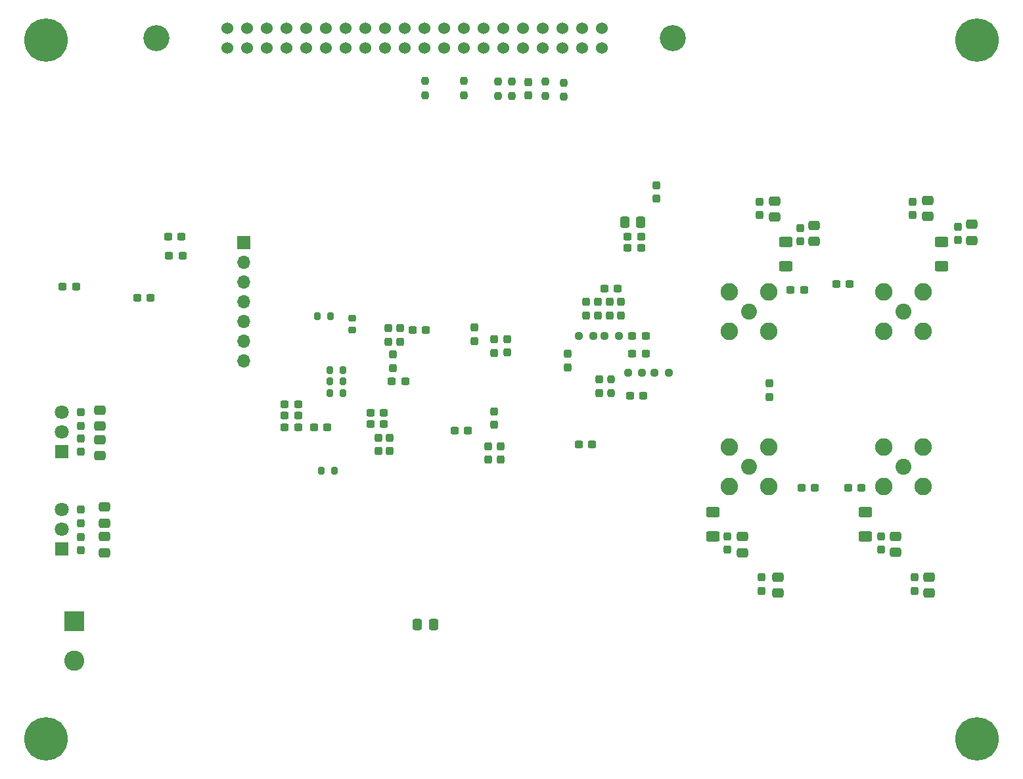
<source format=gbr>
%TF.GenerationSoftware,KiCad,Pcbnew,8.0.1*%
%TF.CreationDate,2024-10-23T11:49:59+02:00*%
%TF.ProjectId,ultrasonic_V3_HW,756c7472-6173-46f6-9e69-635f56335f48,rev?*%
%TF.SameCoordinates,Original*%
%TF.FileFunction,Soldermask,Bot*%
%TF.FilePolarity,Negative*%
%FSLAX46Y46*%
G04 Gerber Fmt 4.6, Leading zero omitted, Abs format (unit mm)*
G04 Created by KiCad (PCBNEW 8.0.1) date 2024-10-23 11:49:59*
%MOMM*%
%LPD*%
G01*
G04 APERTURE LIST*
G04 Aperture macros list*
%AMRoundRect*
0 Rectangle with rounded corners*
0 $1 Rounding radius*
0 $2 $3 $4 $5 $6 $7 $8 $9 X,Y pos of 4 corners*
0 Add a 4 corners polygon primitive as box body*
4,1,4,$2,$3,$4,$5,$6,$7,$8,$9,$2,$3,0*
0 Add four circle primitives for the rounded corners*
1,1,$1+$1,$2,$3*
1,1,$1+$1,$4,$5*
1,1,$1+$1,$6,$7*
1,1,$1+$1,$8,$9*
0 Add four rect primitives between the rounded corners*
20,1,$1+$1,$2,$3,$4,$5,0*
20,1,$1+$1,$4,$5,$6,$7,0*
20,1,$1+$1,$6,$7,$8,$9,0*
20,1,$1+$1,$8,$9,$2,$3,0*%
G04 Aperture macros list end*
%ADD10RoundRect,0.200000X-0.200000X-0.275000X0.200000X-0.275000X0.200000X0.275000X-0.200000X0.275000X0*%
%ADD11C,4.000000*%
%ADD12C,5.600000*%
%ADD13R,1.700000X1.700000*%
%ADD14O,1.700000X1.700000*%
%ADD15R,2.600000X2.600000*%
%ADD16C,2.600000*%
%ADD17C,2.050000*%
%ADD18C,2.250000*%
%ADD19R,1.800000X1.800000*%
%ADD20C,1.800000*%
%ADD21C,1.524000*%
%ADD22C,3.352800*%
%ADD23RoundRect,0.237500X-0.300000X-0.237500X0.300000X-0.237500X0.300000X0.237500X-0.300000X0.237500X0*%
%ADD24RoundRect,0.250000X-0.475000X0.337500X-0.475000X-0.337500X0.475000X-0.337500X0.475000X0.337500X0*%
%ADD25RoundRect,0.250000X-0.625000X0.400000X-0.625000X-0.400000X0.625000X-0.400000X0.625000X0.400000X0*%
%ADD26RoundRect,0.237500X0.300000X0.237500X-0.300000X0.237500X-0.300000X-0.237500X0.300000X-0.237500X0*%
%ADD27RoundRect,0.237500X-0.237500X0.300000X-0.237500X-0.300000X0.237500X-0.300000X0.237500X0.300000X0*%
%ADD28RoundRect,0.250000X0.337500X0.475000X-0.337500X0.475000X-0.337500X-0.475000X0.337500X-0.475000X0*%
%ADD29RoundRect,0.237500X0.250000X0.237500X-0.250000X0.237500X-0.250000X-0.237500X0.250000X-0.237500X0*%
%ADD30RoundRect,0.237500X0.237500X-0.300000X0.237500X0.300000X-0.237500X0.300000X-0.237500X-0.300000X0*%
%ADD31RoundRect,0.250000X-0.337500X-0.475000X0.337500X-0.475000X0.337500X0.475000X-0.337500X0.475000X0*%
%ADD32RoundRect,0.250000X0.475000X-0.337500X0.475000X0.337500X-0.475000X0.337500X-0.475000X-0.337500X0*%
%ADD33RoundRect,0.237500X-0.250000X-0.237500X0.250000X-0.237500X0.250000X0.237500X-0.250000X0.237500X0*%
%ADD34RoundRect,0.250000X0.625000X-0.400000X0.625000X0.400000X-0.625000X0.400000X-0.625000X-0.400000X0*%
%ADD35RoundRect,0.225000X0.250000X-0.225000X0.250000X0.225000X-0.250000X0.225000X-0.250000X-0.225000X0*%
%ADD36RoundRect,0.237500X0.237500X-0.250000X0.237500X0.250000X-0.237500X0.250000X-0.237500X-0.250000X0*%
%ADD37RoundRect,0.200000X0.200000X0.275000X-0.200000X0.275000X-0.200000X-0.275000X0.200000X-0.275000X0*%
G04 APERTURE END LIST*
D10*
%TO.C,R85*%
X126075000Y-95000000D03*
X127725000Y-95000000D03*
%TD*%
%TO.C,R84*%
X126075000Y-93500000D03*
X127725000Y-93500000D03*
%TD*%
%TO.C,R83*%
X126075000Y-92000000D03*
X127725000Y-92000000D03*
%TD*%
D11*
%TO.C,H3*%
X209500000Y-139500000D03*
D12*
X209500000Y-139500000D03*
%TD*%
D13*
%TO.C,J4*%
X115000000Y-75600000D03*
D14*
X115000000Y-78140000D03*
X115000000Y-80680000D03*
X115000000Y-83220000D03*
X115000000Y-85760000D03*
X115000000Y-88300000D03*
X115000000Y-90840000D03*
%TD*%
D11*
%TO.C,H2*%
X89500000Y-139500000D03*
D12*
X89500000Y-139500000D03*
%TD*%
D15*
%TO.C,J5*%
X93095000Y-124355000D03*
D16*
X93095000Y-129435000D03*
%TD*%
D17*
%TO.C,J7*%
X180100000Y-104500000D03*
D18*
X177560000Y-107040000D03*
X182640000Y-107040000D03*
X177560000Y-101960000D03*
X182640000Y-101960000D03*
%TD*%
D11*
%TO.C,H1*%
X89500000Y-49500000D03*
D12*
X89500000Y-49500000D03*
%TD*%
D17*
%TO.C,J2*%
X200000000Y-84500000D03*
D18*
X202540000Y-81960000D03*
X197460000Y-81960000D03*
X202540000Y-87040000D03*
X197460000Y-87040000D03*
%TD*%
D17*
%TO.C,J6*%
X180100000Y-84500000D03*
D18*
X182640000Y-81960000D03*
X177560000Y-81960000D03*
X182640000Y-87040000D03*
X177560000Y-87040000D03*
%TD*%
D17*
%TO.C,J3*%
X200000000Y-104500000D03*
D18*
X197460000Y-107040000D03*
X202540000Y-107040000D03*
X197460000Y-101960000D03*
X202540000Y-101960000D03*
%TD*%
D11*
%TO.C,H4*%
X209500000Y-49500000D03*
D12*
X209500000Y-49500000D03*
%TD*%
D19*
%TO.C,U12*%
X91520000Y-102512500D03*
D20*
X91520000Y-99972500D03*
X91520000Y-97432500D03*
%TD*%
D19*
%TO.C,U13*%
X91520000Y-115050000D03*
D20*
X91520000Y-112510000D03*
X91520000Y-109970000D03*
%TD*%
D21*
%TO.C,J1*%
X112840000Y-50500000D03*
X115380000Y-50500000D03*
X117920000Y-50500000D03*
X120460000Y-50500000D03*
X123000000Y-50500000D03*
X125540000Y-50500000D03*
X128080000Y-50500000D03*
X130620000Y-50500000D03*
X133160000Y-50500000D03*
X135700000Y-50500000D03*
X138240000Y-50500000D03*
X140780000Y-50500000D03*
X143320000Y-50500000D03*
X145860000Y-50500000D03*
X148400000Y-50500000D03*
X150940000Y-50500000D03*
X153480000Y-50500000D03*
X156020000Y-50500000D03*
X158560000Y-50500000D03*
X161100000Y-50500000D03*
X161100000Y-47960000D03*
X158560000Y-47960000D03*
X156020000Y-47960000D03*
X153480000Y-47960000D03*
X150940000Y-47960000D03*
X148400000Y-47960000D03*
X145860000Y-47960000D03*
X143320000Y-47960000D03*
X140780000Y-47960000D03*
X138240000Y-47960000D03*
X135700000Y-47960000D03*
X133160000Y-47960000D03*
X130620000Y-47960000D03*
X128080000Y-47960000D03*
X125540000Y-47960000D03*
X123000000Y-47960000D03*
X120460000Y-47960000D03*
X117920000Y-47960000D03*
X115380000Y-47960000D03*
X112840000Y-47960000D03*
D22*
X103708700Y-49230000D03*
X170231300Y-49230000D03*
%TD*%
D23*
%TO.C,C88*%
X105237500Y-74800000D03*
X106962500Y-74800000D03*
%TD*%
D24*
%TO.C,C31*%
X97000000Y-113462500D03*
X97000000Y-115537500D03*
%TD*%
D25*
%TO.C,R1*%
X195100000Y-110350000D03*
X195100000Y-113450000D03*
%TD*%
D26*
%TO.C,C36*%
X121962500Y-96400000D03*
X120237500Y-96400000D03*
%TD*%
%TO.C,C79*%
X93362500Y-81300000D03*
X91637500Y-81300000D03*
%TD*%
D27*
%TO.C,C23*%
X159100000Y-83237500D03*
X159100000Y-84962500D03*
%TD*%
D28*
%TO.C,C60*%
X139425000Y-124800000D03*
X137350000Y-124800000D03*
%TD*%
D29*
%TO.C,R24*%
X160012500Y-87600000D03*
X158187500Y-87600000D03*
%TD*%
D27*
%TO.C,R60*%
X151600000Y-54937500D03*
X151600000Y-56662500D03*
%TD*%
%TO.C,C14*%
X182700000Y-93737500D03*
X182700000Y-95462500D03*
%TD*%
D30*
%TO.C,C86*%
X186700000Y-75462500D03*
X186700000Y-73737500D03*
%TD*%
%TO.C,C30*%
X94000000Y-115225000D03*
X94000000Y-113500000D03*
%TD*%
%TO.C,C40*%
X148900000Y-89762500D03*
X148900000Y-88037500D03*
%TD*%
D23*
%TO.C,C81*%
X191337500Y-80900000D03*
X193062500Y-80900000D03*
%TD*%
%TO.C,C9*%
X164750000Y-95300000D03*
X166475000Y-95300000D03*
%TD*%
D31*
%TO.C,C53*%
X164062500Y-73000000D03*
X166137500Y-73000000D03*
%TD*%
D32*
%TO.C,C32*%
X97000000Y-111737500D03*
X97000000Y-109662500D03*
%TD*%
D33*
%TO.C,R15*%
X161487500Y-87600000D03*
X163312500Y-87600000D03*
%TD*%
D27*
%TO.C,C72*%
X201400000Y-118737500D03*
X201400000Y-120462500D03*
%TD*%
%TO.C,C33*%
X94000000Y-110000000D03*
X94000000Y-111725000D03*
%TD*%
D24*
%TO.C,C65*%
X208800000Y-73262500D03*
X208800000Y-75337500D03*
%TD*%
%TO.C,C28*%
X96400000Y-100962500D03*
X96400000Y-103037500D03*
%TD*%
D26*
%TO.C,C19*%
X166762500Y-89900000D03*
X165037500Y-89900000D03*
%TD*%
D30*
%TO.C,C39*%
X133600000Y-88362500D03*
X133600000Y-86637500D03*
%TD*%
D25*
%TO.C,R10*%
X175400000Y-110350000D03*
X175400000Y-113450000D03*
%TD*%
D32*
%TO.C,C71*%
X183800000Y-120737500D03*
X183800000Y-118662500D03*
%TD*%
D26*
%TO.C,C52*%
X133025000Y-99000000D03*
X131300000Y-99000000D03*
%TD*%
%TO.C,C34*%
X121962500Y-97900000D03*
X120237500Y-97900000D03*
%TD*%
D30*
%TO.C,C37*%
X135100000Y-88362500D03*
X135100000Y-86637500D03*
%TD*%
D24*
%TO.C,C64*%
X188500000Y-73362500D03*
X188500000Y-75437500D03*
%TD*%
D33*
%TO.C,R21*%
X167887500Y-92400000D03*
X169712500Y-92400000D03*
%TD*%
D30*
%TO.C,C66*%
X207000000Y-75262500D03*
X207000000Y-73537500D03*
%TD*%
D33*
%TO.C,R19*%
X164487500Y-92400000D03*
X166312500Y-92400000D03*
%TD*%
D32*
%TO.C,C77*%
X203100000Y-72237500D03*
X203100000Y-70162500D03*
%TD*%
D27*
%TO.C,C38*%
X146500000Y-101837500D03*
X146500000Y-103562500D03*
%TD*%
D23*
%TO.C,C89*%
X105337500Y-77300000D03*
X107062500Y-77300000D03*
%TD*%
D27*
%TO.C,C42*%
X147200000Y-97337500D03*
X147200000Y-99062500D03*
%TD*%
D32*
%TO.C,C73*%
X203300000Y-120737500D03*
X203300000Y-118662500D03*
%TD*%
D23*
%TO.C,C83*%
X185437500Y-81700000D03*
X187162500Y-81700000D03*
%TD*%
D34*
%TO.C,R2*%
X204900000Y-78650000D03*
X204900000Y-75550000D03*
%TD*%
D26*
%TO.C,C54*%
X166162500Y-76300000D03*
X164437500Y-76300000D03*
%TD*%
D27*
%TO.C,C85*%
X168100000Y-68237500D03*
X168100000Y-69962500D03*
%TD*%
D35*
%TO.C,C4*%
X128900000Y-86875000D03*
X128900000Y-85325000D03*
%TD*%
D27*
%TO.C,C43*%
X133800000Y-100737500D03*
X133800000Y-102462500D03*
%TD*%
D26*
%TO.C,C51*%
X135762500Y-93500000D03*
X134037500Y-93500000D03*
%TD*%
D36*
%TO.C,R80*%
X138300000Y-56612500D03*
X138300000Y-54787500D03*
%TD*%
D34*
%TO.C,R9*%
X184800000Y-78650000D03*
X184800000Y-75550000D03*
%TD*%
D26*
%TO.C,C84*%
X188562500Y-107200000D03*
X186837500Y-107200000D03*
%TD*%
D27*
%TO.C,C46*%
X148100000Y-101837500D03*
X148100000Y-103562500D03*
%TD*%
D30*
%TO.C,C7*%
X160800000Y-94962500D03*
X160800000Y-93237500D03*
%TD*%
D26*
%TO.C,C82*%
X194562500Y-107200000D03*
X192837500Y-107200000D03*
%TD*%
%TO.C,C49*%
X133025000Y-97500000D03*
X131300000Y-97500000D03*
%TD*%
D30*
%TO.C,C29*%
X94000000Y-102562500D03*
X94000000Y-100837500D03*
%TD*%
%TO.C,C41*%
X147200000Y-89800000D03*
X147200000Y-88075000D03*
%TD*%
D26*
%TO.C,C25*%
X163162500Y-81500000D03*
X161437500Y-81500000D03*
%TD*%
D36*
%TO.C,R77*%
X149500000Y-56712500D03*
X149500000Y-54887500D03*
%TD*%
D32*
%TO.C,C69*%
X199000000Y-115487499D03*
X199000000Y-113412499D03*
%TD*%
D10*
%TO.C,R66*%
X124975000Y-105000000D03*
X126625000Y-105000000D03*
%TD*%
D37*
%TO.C,R61*%
X126125000Y-85100000D03*
X124475000Y-85100000D03*
%TD*%
D26*
%TO.C,C18*%
X166762500Y-87600000D03*
X165037500Y-87600000D03*
%TD*%
D36*
%TO.C,R22*%
X162300000Y-95012500D03*
X162300000Y-93187500D03*
%TD*%
D27*
%TO.C,C67*%
X197100000Y-113437500D03*
X197100000Y-115162500D03*
%TD*%
%TO.C,C27*%
X94000000Y-97462500D03*
X94000000Y-99187500D03*
%TD*%
D36*
%TO.C,R81*%
X143300000Y-56625000D03*
X143300000Y-54800000D03*
%TD*%
D27*
%TO.C,C87*%
X177300000Y-113437500D03*
X177300000Y-115162500D03*
%TD*%
D26*
%TO.C,C80*%
X102962500Y-82700000D03*
X101237500Y-82700000D03*
%TD*%
D30*
%TO.C,C44*%
X144700000Y-88262500D03*
X144700000Y-86537500D03*
%TD*%
D36*
%TO.C,R79*%
X156200000Y-56812500D03*
X156200000Y-54987500D03*
%TD*%
D27*
%TO.C,C74*%
X181400000Y-70337500D03*
X181400000Y-72062500D03*
%TD*%
D30*
%TO.C,C50*%
X134200000Y-91762500D03*
X134200000Y-90037500D03*
%TD*%
D27*
%TO.C,C70*%
X181700000Y-118737500D03*
X181700000Y-120462500D03*
%TD*%
D26*
%TO.C,C47*%
X138462500Y-86900000D03*
X136737500Y-86900000D03*
%TD*%
D32*
%TO.C,C68*%
X179200000Y-115537500D03*
X179200000Y-113462500D03*
%TD*%
D27*
%TO.C,C21*%
X162100000Y-83237500D03*
X162100000Y-84962500D03*
%TD*%
%TO.C,C22*%
X160600000Y-83237500D03*
X160600000Y-84962500D03*
%TD*%
D23*
%TO.C,C45*%
X142137500Y-99800000D03*
X143862500Y-99800000D03*
%TD*%
D32*
%TO.C,C75*%
X183400000Y-72337500D03*
X183400000Y-70262500D03*
%TD*%
D27*
%TO.C,C76*%
X201200000Y-70337500D03*
X201200000Y-72062500D03*
%TD*%
D26*
%TO.C,C3*%
X125762500Y-99400000D03*
X124037500Y-99400000D03*
%TD*%
D30*
%TO.C,C13*%
X156700000Y-91662500D03*
X156700000Y-89937500D03*
%TD*%
D23*
%TO.C,C78*%
X158137500Y-101600000D03*
X159862500Y-101600000D03*
%TD*%
D27*
%TO.C,C20*%
X163600000Y-83237500D03*
X163600000Y-84962500D03*
%TD*%
D32*
%TO.C,C26*%
X96400000Y-99237500D03*
X96400000Y-97162500D03*
%TD*%
D26*
%TO.C,C55*%
X166162500Y-74800000D03*
X164437500Y-74800000D03*
%TD*%
%TO.C,C35*%
X121962500Y-99400000D03*
X120237500Y-99400000D03*
%TD*%
D36*
%TO.C,R78*%
X153800000Y-56712500D03*
X153800000Y-54887500D03*
%TD*%
%TO.C,R76*%
X147700000Y-56712500D03*
X147700000Y-54887500D03*
%TD*%
D27*
%TO.C,C48*%
X132300000Y-100737500D03*
X132300000Y-102462500D03*
%TD*%
M02*

</source>
